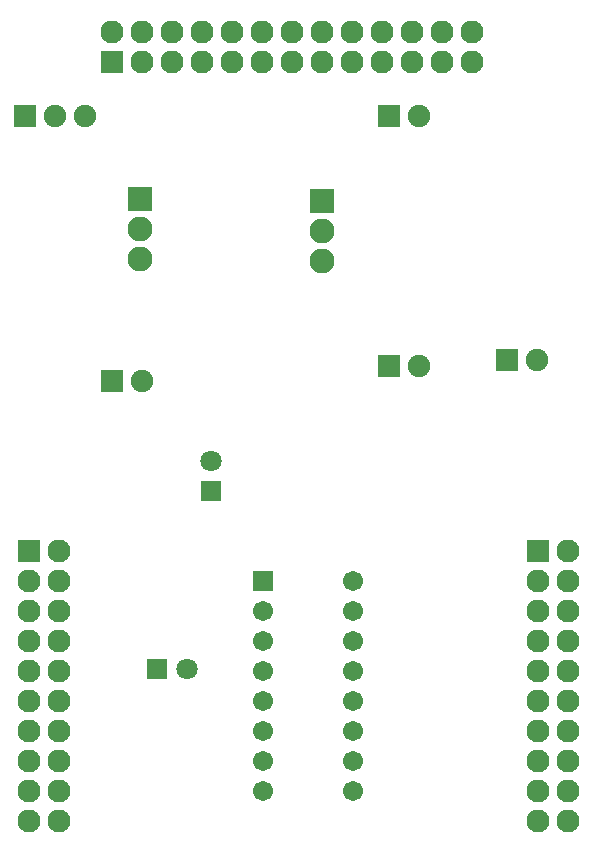
<source format=gbs>
G04 DipTrace 3.1.0.1*
G04 09342-02_pranvokua9_0_1.gbs*
%MOMM*%
G04 #@! TF.FileFunction,Soldermask,Bot*
G04 #@! TF.Part,Single*
%ADD36C,1.704*%
%ADD38R,1.704X1.704*%
%ADD40C,2.104*%
%ADD42R,2.104X2.104*%
%ADD44C,1.904*%
%ADD46R,1.904X1.904*%
%ADD48C,1.954*%
%ADD50R,1.954X1.954*%
%ADD52R,1.804X1.804*%
%ADD54C,1.804*%
%FSLAX35Y35*%
G04*
G71*
G90*
G75*
G01*
G04 BotMask*
%LPD*%
D54*
X2683387Y3540520D3*
D52*
X2429387D3*
X2889727Y5048500D3*
D54*
Y5302500D3*
D50*
X1349097Y4540760D3*
D48*
Y4286760D3*
Y4032760D3*
Y3778760D3*
Y3524760D3*
Y3270760D3*
Y3016760D3*
Y2762760D3*
Y2508760D3*
Y2254760D3*
X1603097D3*
Y2508760D3*
Y2762760D3*
Y3016760D3*
Y3270760D3*
Y3524760D3*
Y3778760D3*
Y4032760D3*
Y4286760D3*
Y4540760D3*
D50*
X5658207Y4541393D3*
D48*
Y4287393D3*
Y4033393D3*
Y3779393D3*
Y3525393D3*
Y3271393D3*
Y3017393D3*
Y2763393D3*
Y2509393D3*
Y2255393D3*
X5912207D3*
Y2509393D3*
Y2763393D3*
Y3017393D3*
Y3271393D3*
Y3525393D3*
Y3779393D3*
Y4033393D3*
Y4287393D3*
Y4541393D3*
D46*
X2048440Y5985027D3*
D44*
X2302440D3*
D46*
X5397220Y6160007D3*
D44*
X5651220D3*
D46*
X4397097Y6112383D3*
D44*
X4651097D3*
D50*
X2047597Y8684133D3*
D48*
X2301597D3*
X2555597D3*
X2809597D3*
X3063597D3*
X3317597D3*
X3571597D3*
X3825597D3*
X4079597D3*
X4333597D3*
X4587597D3*
X4841597D3*
X5095597D3*
Y8938133D3*
X4841597D3*
X4587597D3*
X4333597D3*
X4079597D3*
X3825597D3*
X3571597D3*
X3317597D3*
X3063597D3*
X2809597D3*
X2555597D3*
X2301597D3*
X2047597D3*
D46*
X1318267Y8223167D3*
D44*
X1572267D3*
X1826267D3*
D46*
X4397693D3*
D44*
X4651693D3*
D42*
X2286540Y7524740D3*
D40*
Y7270740D3*
Y7016740D3*
D38*
X3333470Y4286760D3*
D36*
Y4032760D3*
Y3778760D3*
Y3524760D3*
Y3270760D3*
Y3016760D3*
Y2762760D3*
Y2508760D3*
X4095470D3*
Y2762760D3*
Y3016760D3*
Y3270760D3*
Y3524760D3*
Y3778760D3*
Y4032760D3*
Y4286760D3*
D42*
X3826253Y7508867D3*
D40*
Y7254867D3*
Y7000867D3*
M02*

</source>
